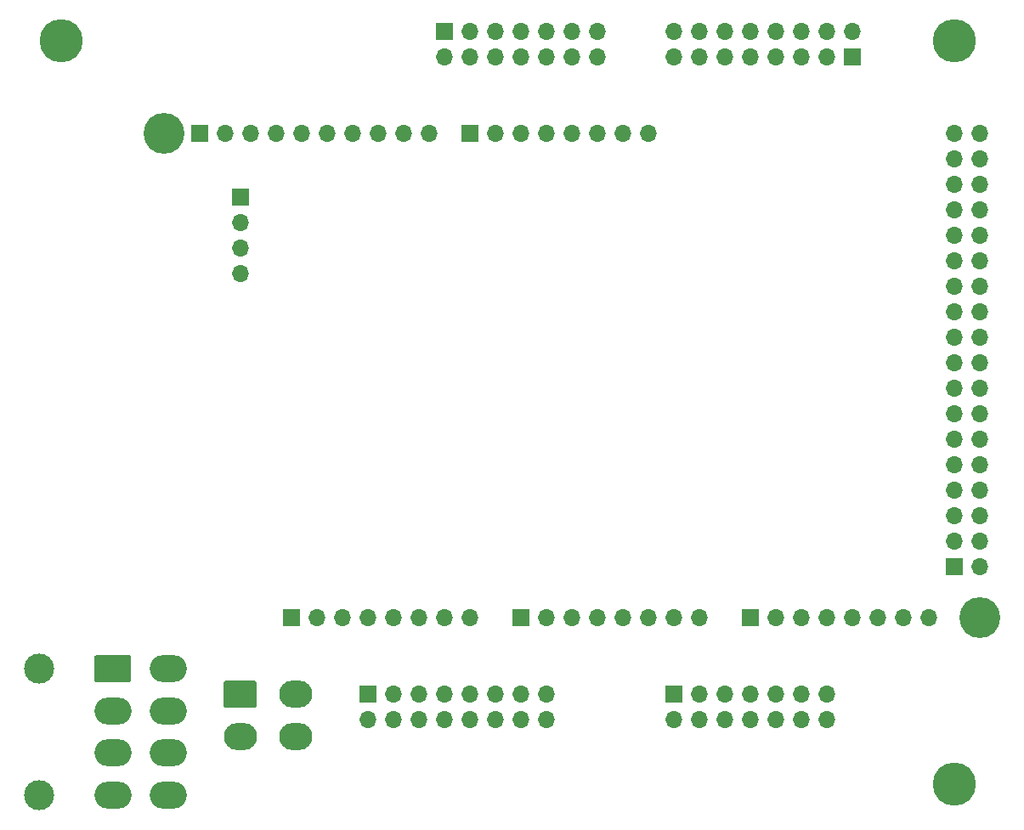
<source format=gbr>
G04 #@! TF.GenerationSoftware,KiCad,Pcbnew,(5.1.4)-1*
G04 #@! TF.CreationDate,2020-12-27T20:28:09-07:00*
G04 #@! TF.ProjectId,ufc_v4_controller,7566635f-7634-45f6-936f-6e74726f6c6c,rev?*
G04 #@! TF.SameCoordinates,Original*
G04 #@! TF.FileFunction,Soldermask,Bot*
G04 #@! TF.FilePolarity,Negative*
%FSLAX46Y46*%
G04 Gerber Fmt 4.6, Leading zero omitted, Abs format (unit mm)*
G04 Created by KiCad (PCBNEW (5.1.4)-1) date 2020-12-27 20:28:09*
%MOMM*%
%LPD*%
G04 APERTURE LIST*
%ADD10C,4.300000*%
%ADD11O,3.300000X2.700000*%
%ADD12C,0.100000*%
%ADD13C,2.700000*%
%ADD14O,1.700000X1.700000*%
%ADD15R,1.700000X1.700000*%
%ADD16C,4.064000*%
%ADD17O,3.700000X2.700000*%
%ADD18C,3.000000*%
G04 APERTURE END LIST*
D10*
X108378000Y-61636000D03*
X197378000Y-61636000D03*
X197378000Y-135716000D03*
D11*
X131738000Y-130946000D03*
X131738000Y-126746000D03*
X126238000Y-130946000D03*
D12*
G36*
X127662503Y-125397204D02*
G01*
X127686772Y-125400804D01*
X127710570Y-125406765D01*
X127733670Y-125415030D01*
X127755849Y-125425520D01*
X127776892Y-125438133D01*
X127796598Y-125452748D01*
X127814776Y-125469224D01*
X127831252Y-125487402D01*
X127845867Y-125507108D01*
X127858480Y-125528151D01*
X127868970Y-125550330D01*
X127877235Y-125573430D01*
X127883196Y-125597228D01*
X127886796Y-125621497D01*
X127888000Y-125646001D01*
X127888000Y-127845999D01*
X127886796Y-127870503D01*
X127883196Y-127894772D01*
X127877235Y-127918570D01*
X127868970Y-127941670D01*
X127858480Y-127963849D01*
X127845867Y-127984892D01*
X127831252Y-128004598D01*
X127814776Y-128022776D01*
X127796598Y-128039252D01*
X127776892Y-128053867D01*
X127755849Y-128066480D01*
X127733670Y-128076970D01*
X127710570Y-128085235D01*
X127686772Y-128091196D01*
X127662503Y-128094796D01*
X127637999Y-128096000D01*
X124838001Y-128096000D01*
X124813497Y-128094796D01*
X124789228Y-128091196D01*
X124765430Y-128085235D01*
X124742330Y-128076970D01*
X124720151Y-128066480D01*
X124699108Y-128053867D01*
X124679402Y-128039252D01*
X124661224Y-128022776D01*
X124644748Y-128004598D01*
X124630133Y-127984892D01*
X124617520Y-127963849D01*
X124607030Y-127941670D01*
X124598765Y-127918570D01*
X124592804Y-127894772D01*
X124589204Y-127870503D01*
X124588000Y-127845999D01*
X124588000Y-125646001D01*
X124589204Y-125621497D01*
X124592804Y-125597228D01*
X124598765Y-125573430D01*
X124607030Y-125550330D01*
X124617520Y-125528151D01*
X124630133Y-125507108D01*
X124644748Y-125487402D01*
X124661224Y-125469224D01*
X124679402Y-125452748D01*
X124699108Y-125438133D01*
X124720151Y-125425520D01*
X124742330Y-125415030D01*
X124765430Y-125406765D01*
X124789228Y-125400804D01*
X124813497Y-125397204D01*
X124838001Y-125396000D01*
X127637999Y-125396000D01*
X127662503Y-125397204D01*
X127662503Y-125397204D01*
G37*
D13*
X126238000Y-126746000D03*
D14*
X156718000Y-129286000D03*
X156718000Y-126746000D03*
X154178000Y-129286000D03*
X154178000Y-126746000D03*
X151638000Y-129286000D03*
X151638000Y-126746000D03*
X149098000Y-129286000D03*
X149098000Y-126746000D03*
X146558000Y-129286000D03*
X146558000Y-126746000D03*
X144018000Y-129286000D03*
X144018000Y-126746000D03*
X141478000Y-129286000D03*
X141478000Y-126746000D03*
X138938000Y-129286000D03*
D15*
X138938000Y-126746000D03*
X122174000Y-70866000D03*
D14*
X124714000Y-70866000D03*
X127254000Y-70866000D03*
X129794000Y-70866000D03*
X132334000Y-70866000D03*
X134874000Y-70866000D03*
X137414000Y-70866000D03*
X139954000Y-70866000D03*
X142494000Y-70866000D03*
X145034000Y-70866000D03*
X166878000Y-70866000D03*
X164338000Y-70866000D03*
X161798000Y-70866000D03*
X159258000Y-70866000D03*
X156718000Y-70866000D03*
X154178000Y-70866000D03*
X151638000Y-70866000D03*
D15*
X149098000Y-70866000D03*
X197358000Y-114046000D03*
D14*
X199898000Y-114046000D03*
X197358000Y-111506000D03*
X199898000Y-111506000D03*
X197358000Y-108966000D03*
X199898000Y-108966000D03*
X197358000Y-106426000D03*
X199898000Y-106426000D03*
X197358000Y-103886000D03*
X199898000Y-103886000D03*
X197358000Y-101346000D03*
X199898000Y-101346000D03*
X197358000Y-98806000D03*
X199898000Y-98806000D03*
X197358000Y-96266000D03*
X199898000Y-96266000D03*
X197358000Y-93726000D03*
X199898000Y-93726000D03*
X197358000Y-91186000D03*
X199898000Y-91186000D03*
X197358000Y-88646000D03*
X199898000Y-88646000D03*
X197358000Y-86106000D03*
X199898000Y-86106000D03*
X197358000Y-83566000D03*
X199898000Y-83566000D03*
X197358000Y-81026000D03*
X199898000Y-81026000D03*
X197358000Y-78486000D03*
X199898000Y-78486000D03*
X197358000Y-75946000D03*
X199898000Y-75946000D03*
X197358000Y-73406000D03*
X199898000Y-73406000D03*
X197358000Y-70866000D03*
X199898000Y-70866000D03*
D16*
X199898000Y-119126000D03*
X118618000Y-70866000D03*
D15*
X131318000Y-119126000D03*
D14*
X133858000Y-119126000D03*
X136398000Y-119126000D03*
X138938000Y-119126000D03*
X141478000Y-119126000D03*
X144018000Y-119126000D03*
X146558000Y-119126000D03*
X149098000Y-119126000D03*
D15*
X154178000Y-119126000D03*
D14*
X156718000Y-119126000D03*
X159258000Y-119126000D03*
X161798000Y-119126000D03*
X164338000Y-119126000D03*
X166878000Y-119126000D03*
X169418000Y-119126000D03*
X171958000Y-119126000D03*
D15*
X177038000Y-119126000D03*
D14*
X179578000Y-119126000D03*
X182118000Y-119126000D03*
X184658000Y-119126000D03*
X187198000Y-119126000D03*
X189738000Y-119126000D03*
X192278000Y-119126000D03*
X194818000Y-119126000D03*
D12*
G36*
X115162503Y-122857204D02*
G01*
X115186772Y-122860804D01*
X115210570Y-122866765D01*
X115233670Y-122875030D01*
X115255849Y-122885520D01*
X115276892Y-122898133D01*
X115296598Y-122912748D01*
X115314776Y-122929224D01*
X115331252Y-122947402D01*
X115345867Y-122967108D01*
X115358480Y-122988151D01*
X115368970Y-123010330D01*
X115377235Y-123033430D01*
X115383196Y-123057228D01*
X115386796Y-123081497D01*
X115388000Y-123106001D01*
X115388000Y-125305999D01*
X115386796Y-125330503D01*
X115383196Y-125354772D01*
X115377235Y-125378570D01*
X115368970Y-125401670D01*
X115358480Y-125423849D01*
X115345867Y-125444892D01*
X115331252Y-125464598D01*
X115314776Y-125482776D01*
X115296598Y-125499252D01*
X115276892Y-125513867D01*
X115255849Y-125526480D01*
X115233670Y-125536970D01*
X115210570Y-125545235D01*
X115186772Y-125551196D01*
X115162503Y-125554796D01*
X115137999Y-125556000D01*
X111938001Y-125556000D01*
X111913497Y-125554796D01*
X111889228Y-125551196D01*
X111865430Y-125545235D01*
X111842330Y-125536970D01*
X111820151Y-125526480D01*
X111799108Y-125513867D01*
X111779402Y-125499252D01*
X111761224Y-125482776D01*
X111744748Y-125464598D01*
X111730133Y-125444892D01*
X111717520Y-125423849D01*
X111707030Y-125401670D01*
X111698765Y-125378570D01*
X111692804Y-125354772D01*
X111689204Y-125330503D01*
X111688000Y-125305999D01*
X111688000Y-123106001D01*
X111689204Y-123081497D01*
X111692804Y-123057228D01*
X111698765Y-123033430D01*
X111707030Y-123010330D01*
X111717520Y-122988151D01*
X111730133Y-122967108D01*
X111744748Y-122947402D01*
X111761224Y-122929224D01*
X111779402Y-122912748D01*
X111799108Y-122898133D01*
X111820151Y-122885520D01*
X111842330Y-122875030D01*
X111865430Y-122866765D01*
X111889228Y-122860804D01*
X111913497Y-122857204D01*
X111938001Y-122856000D01*
X115137999Y-122856000D01*
X115162503Y-122857204D01*
X115162503Y-122857204D01*
G37*
D13*
X113538000Y-124206000D03*
D17*
X113538000Y-128406000D03*
X113538000Y-132606000D03*
X113538000Y-136806000D03*
X119038000Y-124206000D03*
X119038000Y-128406000D03*
X119038000Y-132606000D03*
X119038000Y-136806000D03*
D18*
X106238000Y-124206000D03*
X106238000Y-136806000D03*
D14*
X161798000Y-63246000D03*
X161798000Y-60706000D03*
X159258000Y-63246000D03*
X159258000Y-60706000D03*
X156718000Y-63246000D03*
X156718000Y-60706000D03*
X154178000Y-63246000D03*
X154178000Y-60706000D03*
X151638000Y-63246000D03*
X151638000Y-60706000D03*
X149098000Y-63246000D03*
X149098000Y-60706000D03*
X146558000Y-63246000D03*
D15*
X146558000Y-60706000D03*
X169418000Y-126746000D03*
D14*
X169418000Y-129286000D03*
X171958000Y-126746000D03*
X171958000Y-129286000D03*
X174498000Y-126746000D03*
X174498000Y-129286000D03*
X177038000Y-126746000D03*
X177038000Y-129286000D03*
X179578000Y-126746000D03*
X179578000Y-129286000D03*
X182118000Y-126746000D03*
X182118000Y-129286000D03*
X184658000Y-126746000D03*
X184658000Y-129286000D03*
D15*
X126238000Y-77216000D03*
D14*
X126238000Y-79756000D03*
X126238000Y-82296000D03*
X126238000Y-84836000D03*
D15*
X187198000Y-63246000D03*
D14*
X187198000Y-60706000D03*
X184658000Y-63246000D03*
X184658000Y-60706000D03*
X182118000Y-63246000D03*
X182118000Y-60706000D03*
X179578000Y-63246000D03*
X179578000Y-60706000D03*
X177038000Y-63246000D03*
X177038000Y-60706000D03*
X174498000Y-63246000D03*
X174498000Y-60706000D03*
X171958000Y-63246000D03*
X171958000Y-60706000D03*
X169418000Y-63246000D03*
X169418000Y-60706000D03*
M02*

</source>
